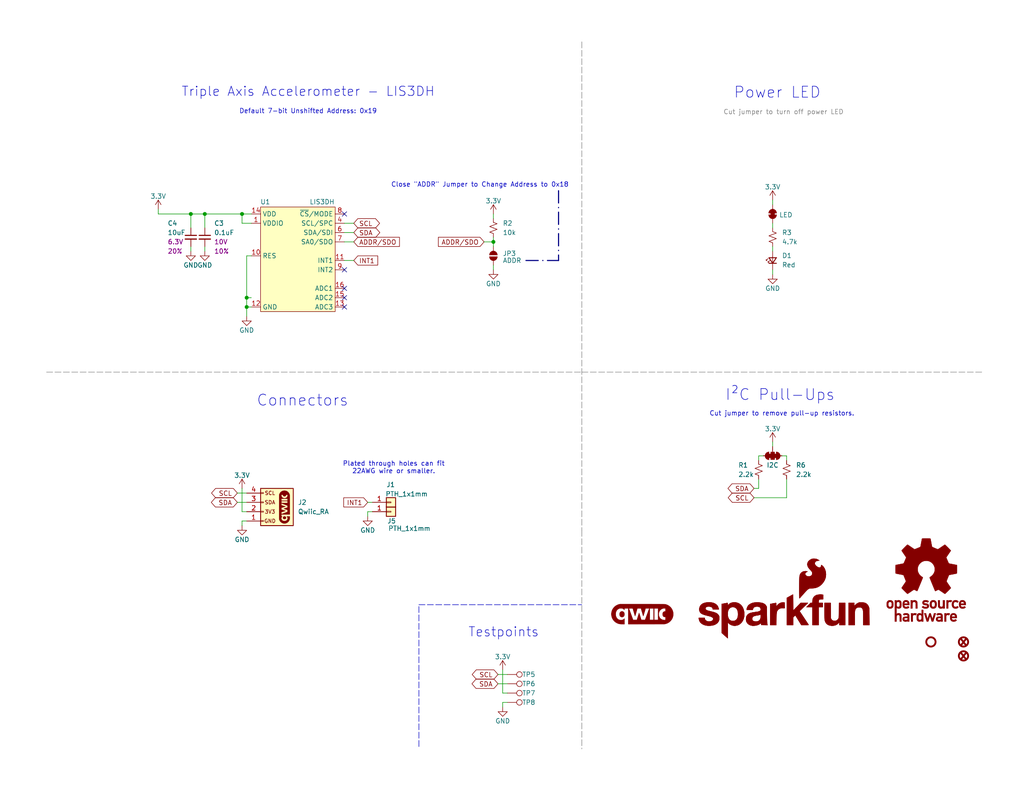
<source format=kicad_sch>
(kicad_sch (version 20250114) (generator "eeschema") (generator_version "9.0")
  (paper "USLetter")
  (title_block (title "SparkFun Triple Axis Accelerometer - LIS3DH") (date "2025-04-24") (rev "v10") (company "SparkFun Electronics") (comment 1 "Designed by: Elias Santistevan"))
  (lib_symbols
    (symbol "Conn_01x01_PTH_1x1mm_1" (pin_names (offset 1.016) (hide yes))
      (property "Reference" "J" (at 0 2.54 0))
      (property "Value" "PTH_1x1mm" (at 0 -2.54 0))
      (symbol "Conn_01x01_PTH_1x1mm_1_1_1"
        (pin passive line (at -5.08 0 0) (length 3.81) (name "Pin_1") (number "1"))
      )
    )
    (symbol "SparkFun-Aesthetic:Fiducial_0.5mm"
      (symbol "Fiducial_0.5mm_1_1"
        (text "x" (at 0 0.254 0) (effects (font (size 2.5 2.5) (bold yes))))
      )
    )
    (symbol "SparkFun-Aesthetic:OSHW_Logo" (pin_names (offset 1.016)) (in_bom no))
    (symbol "SparkFun-Aesthetic:SparkFun_Logo" (pin_names (offset 1.016)) (on_board no))
    (symbol "SparkFun-Aesthetic:qwiic_Logo" (pin_names (offset 1.016)) (on_board no))
    (symbol "SparkFun-Capacitor:0.1uF_0402_10V_10%" (pin_numbers (hide yes)) (pin_names (offset 0.254))
      (property "Reference" "C" (at 0.635 2.54 0))
      (property "Value" "0.1uF" (at 0.635 -2.54 0))
      (property "Voltage" "10V" (at 0 -6.35 0))
      (property "Tolerance" "10%" (at 0 -8.89 0))
      (symbol "0.1uF_0402_10V_10%_1_1"
        (pin passive line (at 0 2.54 270) (length 2.032) (name "~") (number "1"))
        (pin passive line (at 0 -2.54 90) (length 2.032) (name "~") (number "2"))
      )
    )
    (symbol "SparkFun-Capacitor:10uF_0402_6.3V_20%" (pin_numbers (hide yes)) (pin_names (offset 0.254))
      (property "Reference" "C" (at 0.635 2.54 0))
      (property "Value" "10uF" (at 0.635 -2.54 0))
      (property "Voltage" "6.3V" (at 0 -6.35 0))
      (property "Tolerance" "20%" (at 0 -8.89 0))
      (symbol "10uF_0402_6.3V_20%_1_1"
        (pin passive line (at 0 2.54 270) (length 2.032) (name "~") (number "1"))
        (pin passive line (at 0 -2.54 90) (length 2.032) (name "~") (number "2"))
      )
    )
    (symbol "SparkFun-Connector:Conn_01x01_PTH_1x1mm" (pin_names (offset 1.016) (hide yes))
      (property "Reference" "J" (at 0 2.54 0))
      (property "Value" "PTH_1x1mm" (at 0 -2.54 0))
      (symbol "Conn_01x01_PTH_1x1mm_1_1"
        (pin passive line (at -5.08 0 0) (length 3.81) (name "Pin_1") (number "1"))
      )
    )
    (symbol "SparkFun-Connector:Qwiic_Right_Angle" (pin_names (offset 1.016) (hide yes))
      (property "Reference" "J" (at 0 5.08 0))
      (property "Value" "Qwiic_RA" (at 0 -7.62 0))
      (symbol "Qwiic_Right_Angle_1_1"
        (text "SCL" (at 1.27 2.54 0) (effects (font (size 1 1))))
        (text "SDA" (at 1.27 0 0) (effects (font (size 1 1))))
        (text "3V3" (at 1.27 -2.54 0) (effects (font (size 1 1))))
        (text "GND" (at 1.27 -5.08 0) (effects (font (size 1 1))))
        (pin passive line (at -5.08 2.54 0) (length 3.81) (name "Pin_4") (number "4"))
        (pin passive line (at -5.08 0 0) (length 3.81) (name "Pin_3") (number "3"))
        (pin passive line (at -5.08 -2.54 0) (length 3.81) (name "Pin_2") (number "2"))
        (pin passive line (at -5.08 -5.08 0) (length 3.81) (name "Pin_1") (number "1"))
        (pin no_connect line (at 5.08 3.81 270) (length 2.54) (hide yes) (name "NC") (number "NC1"))
        (pin no_connect line (at 6.35 3.81 270) (length 2.54) (hide yes) (name "NC") (number "NC2"))
      )
    )
    (symbol "SparkFun-Connector:TestPoint_0.75mm" (pin_numbers (hide yes)) (pin_names (offset 0) (hide yes))
      (property "Reference" "TP" (at 0 5.08 0))
      (symbol "TestPoint_0.75mm_1_1"
        (pin passive line (at 0 0 90) (length 2.54) (name "1") (number "1"))
      )
    )
    (symbol "SparkFun-Hardware:Standoff")
    (symbol "SparkFun-Jumper:SolderJumper_2_Bridged" (pin_numbers (hide yes)) (pin_names (offset 0) (hide yes))
      (property "Reference" "JP" (at 0 2.032 0))
      (property "Value" "~" (at 0 -2.54 0))
      (symbol "SolderJumper_2_Bridged_1_1"
        (pin passive line (at -2.54 0 0) (length 1.27) (name "A") (number "1"))
        (pin passive line (at 2.54 0 180) (length 1.27) (name "B") (number "2"))
      )
    )
    (symbol "SparkFun-Jumper:SolderJumper_2_Open" (pin_numbers (hide yes)) (pin_names (offset 0) (hide yes))
      (property "Reference" "JP" (at 0 2.032 0))
      (property "Value" "~" (at 0 -2.54 0))
      (symbol "SolderJumper_2_Open_1_1"
        (pin passive line (at -2.54 0 0) (length 1.27) (name "A") (number "1"))
        (pin passive line (at 2.54 0 180) (length 1.27) (name "B") (number "2"))
      )
    )
    (symbol "SparkFun-Jumper:SolderJumper_3_Bridged123" (pin_numbers (hide yes)) (pin_names (offset 0) (hide yes))
      (property "Reference" "JP" (at 0 2.54 0))
      (property "Value" "~" (at 3.81 1.27 0))
      (symbol "SolderJumper_3_Bridged123_1_1"
        (pin passive line (at -2.54 0 0) (length 1.27) (name "A") (number "1"))
        (pin passive line (at 0 -2.54 90) (length 1.27) (name "B") (number "2"))
        (pin passive line (at 2.54 0 180) (length 1.27) (name "C") (number "3"))
      )
    )
    (symbol "SparkFun-LED:LED_Red_0402" (pin_numbers (hide yes)) (pin_names (offset 1.016) (hide yes))
      (property "Reference" "D" (at 0 2.54 0))
      (property "Value" "Red" (at 0 -2.54 0))
      (symbol "LED_Red_0402_1_1"
        (pin passive line (at -2.54 0 0) (length 1.778) (name "K") (number "1"))
        (pin passive line (at 2.54 0 180) (length 1.778) (name "A") (number "2"))
      )
    )
    (symbol "SparkFun-PowerSymbol:3.3V" (power) (pin_names (offset 0))
      (property "Value" "3.3V" (at 0 3.81 0))
      (symbol "3.3V_1_1"
        (pin power_in line (at 0 0 90) (length 0) (hide yes) (name "3.3V") (number "1"))
      )
    )
    (symbol "SparkFun-PowerSymbol:GND" (power) (pin_names (offset 0))
      (property "Value" "GND" (at 0 -3.81 0))
      (symbol "GND_1_1"
        (pin power_in line (at 0 0 270) (length 0) (hide yes) (name "GND") (number "1"))
      )
    )
    (symbol "SparkFun-Resistor:10k_0402" (pin_numbers (hide yes)) (pin_names (offset 0))
      (property "Reference" "R" (at 0 -2.54 0))
      (property "Value" "10k" (at 0 2.54 0))
      (symbol "10k_0402_1_1"
        (pin passive line (at -2.54 0 0) (length 1.016) (name "~") (number "1"))
        (pin passive line (at 2.54 0 180) (length 1.016) (name "~") (number "2"))
      )
    )
    (symbol "SparkFun-Resistor:2.2k_0402" (pin_numbers (hide yes)) (pin_names (offset 0))
      (property "Reference" "R" (at 0 -2.54 0))
      (property "Value" "2.2k" (at 0 2.54 0))
      (symbol "2.2k_0402_1_1"
        (pin passive line (at -2.54 0 0) (length 1.016) (name "~") (number "1"))
        (pin passive line (at 2.54 0 180) (length 1.016) (name "~") (number "2"))
      )
    )
    (symbol "SparkFun-Resistor:4.7k_0402" (pin_numbers (hide yes)) (pin_names (offset 0))
      (property "Reference" "R" (at 0 -2.54 0))
      (property "Value" "4.7k" (at 0 2.54 0))
      (symbol "4.7k_0402_1_1"
        (pin passive line (at -2.54 0 0) (length 1.016) (name "~") (number "1"))
        (pin passive line (at 2.54 0 180) (length 1.016) (name "~") (number "2"))
      )
    )
    (symbol "SparkFun-Sensor:LIS3DH"
      (property "Reference" "U" (at -10.414 13.462 0))
      (property "Value" "LIS3DH" (at 3.556 14.986 0))
      (symbol "LIS3DH_1_0"
        (pin power_in line (at -12.7 11.43 0) (length 2.54) (name "VDD") (number "14"))
        (pin power_in line (at -12.7 8.89 0) (length 2.54) (name "VDDIO") (number "1"))
        (pin bidirectional line (at -12.7 0 0) (length 2.54) (name "RES") (number "10"))
        (pin power_out line (at -12.7 -13.97 0) (length 2.54) (name "GND") (number "12"))
        (pin power_out line (at -12.7 -13.97 0) (length 2.54) (hide yes) (name "GND") (number "5"))
        (pin bidirectional line (at 12.7 11.43 180) (length 2.54) (name "~{CS}/MODE") (number "8"))
        (pin bidirectional line (at 12.7 8.89 180) (length 2.54) (name "SCL/SPC") (number "4"))
        (pin bidirectional line (at 12.7 6.35 180) (length 2.54) (name "SDA/SDI") (number "6"))
        (pin bidirectional line (at 12.7 3.81 180) (length 2.54) (name "SA0/SDO") (number "7"))
        (pin bidirectional line (at 12.7 -1.27 180) (length 2.54) (name "INT1") (number "11"))
        (pin bidirectional line (at 12.7 -3.81 180) (length 2.54) (name "INT2") (number "9"))
        (pin bidirectional line (at 12.7 -8.89 180) (length 2.54) (name "ADC1") (number "16"))
        (pin bidirectional line (at 12.7 -11.43 180) (length 2.54) (name "ADC2") (number "15"))
        (pin bidirectional line (at 12.7 -13.97 180) (length 2.54) (name "ADC3") (number "13"))
      )
    )
  )
  (text "Plated through holes can fit\n22AWG wire or smaller." (at 107.442 127.762 0) (effects (font (size 1.27 1.27) (thickness 0.1588))))
  (text "Testpoints" (at 137.414 172.72 0) (effects (font (size 2.54 2.54))))
  (text "Triple Axis Accelerometer - LIS3DH" (at 84.074 25.146 0) (effects (font (size 2.54 2.54))))
  (text "Close \"ADDR\" Jumper to Change Address to 0x18\n" (at 106.68 50.546 0) (effects (font (size 1.27 1.27)) (justify left)))
  (text "Default 7-bit Unshifted Address: 0x19" (at 84.074 30.48 0) (effects (font (size 1.27 1.27))))
  (text "I²C Pull-Ups" (at 212.852 107.95 0) (effects (font (size 3 3))))
  (text "Cut jumper to turn off power LED" (at 197.358 31.496 0) (effects (font (size 1.27 1.27)) (justify left bottom)))
  (text "Cut jumper to remove pull-up resistors.\n" (at 213.36 113.03 0) (effects (font (size 1.27 1.27))))
  (text "Power LED" (at 212.09 25.4 0) (effects (font (size 3 3))))
  (text "Connectors" (at 82.55 109.474 0) (effects (font (size 3 3))))
  (junction (at 52.07 58.42))
  (junction (at 67.31 81.28))
  (junction (at 134.62 66.04))
  (junction (at 67.31 83.82))
  (junction (at 55.88 58.42))
  (junction (at 66.04 58.42))
  (no_connect (at 93.98 73.66))
  (no_connect (at 93.98 81.28))
  (no_connect (at 93.98 83.82))
  (no_connect (at 93.98 58.42))
  (no_connect (at 93.98 78.74))
  (wire (pts (xy 67.31 83.82) (xy 67.31 86.36)))
  (wire (pts (xy 55.88 58.42) (xy 66.04 58.42)))
  (wire (pts (xy 210.82 120.65) (xy 210.82 121.92)))
  (wire (pts (xy 214.63 124.46) (xy 213.36 124.46)))
  (wire (pts (xy 214.63 125.73) (xy 214.63 124.46)))
  (wire (pts (xy 101.6 139.7) (xy 100.33 139.7)))
  (wire (pts (xy 93.98 66.04) (xy 96.52 66.04)))
  (wire (pts (xy 100.33 137.16) (xy 101.6 137.16)))
  (wire (pts (xy 134.62 67.31) (xy 134.62 66.04)))
  (wire (pts (xy 137.16 182.88) (xy 137.16 189.23)))
  (wire (pts (xy 68.58 81.28) (xy 67.31 81.28)))
  (wire (pts (xy 138.43 184.15) (xy 135.89 184.15)))
  (wire (pts (xy 100.33 139.7) (xy 100.33 140.97)))
  (bus (pts (xy 143.51 71.12) (xy 152.4 71.12)) (stroke (width 0) (type dash_dot)))
  (wire (pts (xy 43.18 58.42) (xy 52.07 58.42)))
  (wire (pts (xy 207.01 124.46) (xy 208.28 124.46)))
  (wire (pts (xy 66.04 58.42) (xy 68.58 58.42)))
  (wire (pts (xy 205.74 133.35) (xy 207.01 133.35)))
  (wire (pts (xy 210.82 67.31) (xy 210.82 68.58)))
  (wire (pts (xy 55.88 67.31) (xy 55.88 68.58)))
  (polyline (pts (xy 114.3 165.1) (xy 158.75 165.1)) (stroke (width 0) (type dash)))
  (wire (pts (xy 137.16 191.77) (xy 137.16 193.04)))
  (wire (pts (xy 67.31 142.24) (xy 66.04 142.24)))
  (wire (pts (xy 67.31 137.16) (xy 64.77 137.16)))
  (wire (pts (xy 67.31 83.82) (xy 68.58 83.82)))
  (wire (pts (xy 68.58 69.85) (xy 67.31 69.85)))
  (wire (pts (xy 138.43 191.77) (xy 137.16 191.77)))
  (wire (pts (xy 207.01 130.81) (xy 207.01 133.35)))
  (wire (pts (xy 134.62 66.04) (xy 134.62 64.77)))
  (wire (pts (xy 52.07 58.42) (xy 52.07 62.23)))
  (wire (pts (xy 138.43 189.23) (xy 137.16 189.23)))
  (bus (pts (xy 152.4 52.07) (xy 152.4 71.12)) (stroke (width 0) (type dash_dot)))
  (wire (pts (xy 134.62 58.42) (xy 134.62 59.69)))
  (wire (pts (xy 67.31 139.7) (xy 66.04 139.7)))
  (wire (pts (xy 210.82 73.66) (xy 210.82 74.93)))
  (wire (pts (xy 68.58 60.96) (xy 66.04 60.96)))
  (polyline (pts (xy 114.3 203.835) (xy 114.3 165.1)) (stroke (width 0) (type dash)))
  (polyline (pts (xy 158.75 101.6) (xy 267.97 101.6)) (stroke (width 0) (type dash) (color 132 132 132 1)))
  (wire (pts (xy 52.07 67.31) (xy 52.07 68.58)))
  (wire (pts (xy 210.82 62.23) (xy 210.82 60.96)))
  (wire (pts (xy 43.18 57.15) (xy 43.18 58.42)))
  (wire (pts (xy 93.98 71.12) (xy 96.52 71.12)))
  (wire (pts (xy 55.88 58.42) (xy 55.88 62.23)))
  (wire (pts (xy 67.31 81.28) (xy 67.31 83.82)))
  (wire (pts (xy 52.07 58.42) (xy 55.88 58.42)))
  (polyline (pts (xy 158.75 11.43) (xy 158.75 144.78)) (stroke (width 0) (type dash) (color 132 132 132 1)))
  (wire (pts (xy 93.98 63.5) (xy 96.52 63.5)))
  (wire (pts (xy 66.04 60.96) (xy 66.04 58.42)))
  (wire (pts (xy 93.98 60.96) (xy 96.52 60.96)))
  (wire (pts (xy 205.74 135.89) (xy 214.63 135.89)))
  (wire (pts (xy 138.43 186.69) (xy 135.89 186.69)))
  (wire (pts (xy 210.82 54.61) (xy 210.82 55.88)))
  (wire (pts (xy 66.04 133.35) (xy 66.04 139.7)))
  (polyline (pts (xy 158.75 144.78) (xy 158.75 204.47)) (stroke (width 0) (type dash) (color 132 132 132 1)))
  (wire (pts (xy 67.31 134.62) (xy 64.77 134.62)))
  (wire (pts (xy 207.01 125.73) (xy 207.01 124.46)))
  (wire (pts (xy 132.08 66.04) (xy 134.62 66.04)))
  (wire (pts (xy 67.31 69.85) (xy 67.31 81.28)))
  (wire (pts (xy 134.62 73.66) (xy 134.62 72.39)))
  (polyline (pts (xy 12.7 101.6) (xy 158.75 101.6)) (stroke (width 0) (type dash) (color 132 132 132 1)))
  (wire (pts (xy 66.04 142.24) (xy 66.04 143.51)))
  (wire (pts (xy 214.63 130.81) (xy 214.63 135.89)))
  (global_label "SDA" (shape bidirectional) (at 135.89 186.69 180) (property "Intersheetrefs" "${INTERSHEET_REFS}" (effects (hide yes))))
  (global_label "SCL" (shape bidirectional) (at 96.52 60.96 0) (property "Intersheetrefs" "${INTERSHEET_REFS}" (effects (hide yes))))
  (global_label "INT1" (shape input) (at 100.33 137.16 180) (property "Intersheetrefs" "${INTERSHEET_REFS}" (effects (hide yes))))
  (global_label "SDA" (shape bidirectional) (at 96.52 63.5 0) (property "Intersheetrefs" "${INTERSHEET_REFS}" (effects (hide yes))))
  (global_label "SCL" (shape bidirectional) (at 135.89 184.15 180) (property "Intersheetrefs" "${INTERSHEET_REFS}" (effects (hide yes))))
  (global_label "SCL" (shape bidirectional) (at 64.77 134.62 180) (property "Intersheetrefs" "${INTERSHEET_REFS}" (effects (hide yes))))
  (global_label "SCL" (shape bidirectional) (at 205.74 135.89 180) (property "Intersheetrefs" "${INTERSHEET_REFS}" (effects (hide yes))))
  (global_label "INT1" (shape input) (at 96.52 71.12 0) (property "Intersheetrefs" "${INTERSHEET_REFS}" (effects (hide yes))))
  (global_label "SDA" (shape bidirectional) (at 64.77 137.16 180) (property "Intersheetrefs" "${INTERSHEET_REFS}" (effects (hide yes))))
  (global_label "SDA" (shape bidirectional) (at 205.74 133.35 180) (property "Intersheetrefs" "${INTERSHEET_REFS}" (effects (hide yes))))
  (global_label "ADDR{slash}SDO" (shape input) (at 132.08 66.04 180) (property "Intersheetrefs" "${INTERSHEET_REFS}" (effects (hide yes))))
  (global_label "ADDR{slash}SDO" (shape input) (at 96.52 66.04 0) (property "Intersheetrefs" "${INTERSHEET_REFS}" (effects (hide yes))))
  (symbol (lib_id "SparkFun-Resistor:10k_0402") (at 134.62 62.23 90) (unit 1)
    (property "Reference" "R2" (at 137.16 60.9599 90) (effects (justify right)))
    (property "Value" "10k" (at 137.16 63.4999 90) (effects (justify right)))
    (property "Footprint" "SparkFun-Resistor:R_0402_1005Metric" (effects (hide yes)))
    (property "Datasheet" "https://www.vishay.com/docs/20035/dcrcwe3.pdf" (effects (hide yes)))
    (property "Description" "Resistor" (effects (hide yes)))
    (property "PROD_ID" "RES-14241" (effects (hide yes)))
  )
  (symbol (lib_id "SparkFun-Aesthetic:SparkFun_Logo") (at 213.36 167.64 0) (unit 1) (on_board no)
    (property "Reference" "G2" (effects (hide yes)))
    (property "Value" "SparkFun_Logo" (effects (hide yes)))
    (property "Footprint" "SparkFun-Aesthetic:SparkFun_Logo_8mm" (effects (hide yes)))
  )
  (symbol (lib_id "SparkFun-Jumper:SolderJumper_2_Open") (at 134.62 69.85 90) (unit 1)
    (property "Reference" "JP3" (at 137.16 69.2149 90) (effects (justify right)))
    (property "Value" "ADDR" (at 137.16 71.12 90) (effects (justify right)))
    (property "Footprint" "SparkFun-Jumper:Jumper_2_NO" (effects (hide yes)))
    (property "Description" "Solder Jumper, 2-pole, open" (effects (hide yes)))
  )
  (symbol (lib_id "SparkFun-Connector:Qwiic_Right_Angle") (at 72.39 137.16 0) (unit 1)
    (property "Reference" "J2" (at 81.28 137.1599 0) (effects (justify left)))
    (property "Value" "Qwiic_RA" (at 81.28 139.6999 0) (effects (justify left)))
    (property "Footprint" "SparkFun-Connector:JST_SMD_1.0mm-4_Black" (effects (hide yes)))
    (property "Datasheet" "https://www.jst-mfg.com/product/pdf/eng/eSH.pdf" (effects (hide yes)))
    (property "Description" "4 pin JST 1mm polarized connector for I2C" (effects (hide yes)))
    (property "PROD_ID" "CONN-13694" (effects (hide yes)))
  )
  (symbol (lib_id "SparkFun-Connector:Conn_01x01_PTH_1x1mm") (at 106.68 139.7 0) (unit 1)
    (property "Reference" "J5" (at 105.664 142.24 0) (effects (justify left)))
    (property "Value" "PTH_1x1mm" (at 105.918 144.272 0) (effects (justify left)))
    (property "Footprint" "SparkFun-Connector:1x01_1x1mm" (effects (hide yes)))
  )
  (symbol (lib_id "SparkFun-Aesthetic:Fiducial_0.5mm") (at 262.89 175.26 0) (unit 1)
    (property "Reference" "FID3" (effects (hide yes)))
    (property "Value" "Fiducial_0.5mm" (effects (hide yes)))
    (property "Footprint" "SparkFun-Aesthetic:Fiducial_0.5mm_Mask1mm" (effects (hide yes)))
    (property "Description" "Fiducial Marker" (effects (hide yes)))
  )
  (symbol (lib_id "SparkFun-Aesthetic:Fiducial_0.5mm") (at 262.89 179.07 0) (unit 1)
    (property "Reference" "FID4" (effects (hide yes)))
    (property "Value" "Fiducial_0.5mm" (effects (hide yes)))
    (property "Footprint" "SparkFun-Aesthetic:Fiducial_0.5mm_Mask1mm" (effects (hide yes)))
    (property "Description" "Fiducial Marker" (effects (hide yes)))
  )
  (symbol (lib_id "SparkFun-Capacitor:0.1uF_0402_10V_10%") (at 55.88 64.77 0) (unit 1)
    (property "Reference" "C3" (at 58.42 60.9662 0) (effects (justify left)))
    (property "Value" "0.1uF" (at 58.42 63.5062 0) (effects (justify left)))
    (property "Footprint" "SparkFun-Capacitor:C_0402_1005Metric" (effects (hide yes)))
    (property "Datasheet" "https://cdn.sparkfun.com/assets/8/a/4/a/5/Kemet_Capacitor_Datasheet.pdf" (effects (hide yes)))
    (property "Description" "Unpolarized capacitor" (effects (hide yes)))
    (property "PROD_ID" "CAP-15083" (effects (hide yes)))
    (property "Voltage" "10V" (at 58.42 66.0462 0) (effects (justify left)))
    (property "Tolerance" "10%" (at 58.42 68.5862 0) (effects (justify left)))
  )
  (symbol (lib_id "SparkFun-PowerSymbol:GND") (at 100.33 140.97 0) (unit 1)
    (property "Reference" "#PWR0123" (effects (hide yes)))
    (property "Value" "GND" (at 100.33 144.78 0))
    (property "Description" "Power symbol creates a global label with name \"GND\" , ground" (effects (hide yes)))
  )
  (symbol (lib_id "SparkFun-PowerSymbol:GND") (at 137.16 193.04 0) (unit 1)
    (property "Reference" "#PWR0125" (effects (hide yes)))
    (property "Value" "GND" (at 137.16 196.85 0))
    (property "Description" "Power symbol creates a global label with name \"GND\" , ground" (effects (hide yes)))
  )
  (symbol (lib_id "SparkFun-Connector:TestPoint_0.75mm") (at 138.43 191.77 270) (unit 1)
    (property "Reference" "TP8" (at 144.272 191.77 90))
    (property "Value" "0.75mm" (effects (hide yes)))
    (property "Footprint" "SparkFun-Connector:TestPoint-0.75mm" (effects (hide yes)))
    (property "Description" "Test Point" (effects (hide yes)))
  )
  (symbol (lib_id "SparkFun-Jumper:SolderJumper_3_Bridged123") (at 210.82 124.46 180) (unit 1)
    (property "Reference" "JP2" (effects (hide yes)))
    (property "Value" "I2C" (at 210.82 127 0))
    (property "Footprint" "SparkFun-Jumper:Jumper_3_NC-2_Trace" (effects (hide yes)))
    (property "Description" "Solder Jumper, 3-pole, pins 1+2+3 closed/bridged" (effects (hide yes)))
  )
  (symbol (lib_id "SparkFun-Resistor:4.7k_0402") (at 210.82 64.77 270) (unit 1)
    (property "Reference" "R3" (at 213.36 63.4999 90) (effects (justify left)))
    (property "Value" "4.7k" (at 213.36 66.0399 90) (effects (justify left)))
    (property "Footprint" "SparkFun-Resistor:R_0402_1005Metric" (effects (hide yes)))
    (property "Datasheet" "https://www.vishay.com/docs/20035/dcrcwe3.pdf" (effects (hide yes)))
    (property "Description" "Resistor" (effects (hide yes)))
    (property "PROD_ID" "RES-15343" (effects (hide yes)))
  )
  (symbol (lib_id "SparkFun-Aesthetic:OSHW_Logo") (at 252.73 162.56 0) (unit 1) (in_bom no)
    (property "Reference" "G4" (effects (hide yes)))
    (property "Value" "OSHW_Logo" (effects (hide yes)))
    (property "Footprint" "SparkFun-Aesthetic:Creative_Commons_License" (effects (hide yes)))
  )
  (symbol (lib_id "SparkFun-Resistor:2.2k_0402") (at 214.63 128.27 90) (unit 1)
    (property "Reference" "R6" (at 217.17 126.9999 90) (effects (justify right)))
    (property "Value" "2.2k" (at 217.17 129.5399 90) (effects (justify right)))
    (property "Footprint" "SparkFun-Resistor:R_0402_1005Metric" (effects (hide yes)))
    (property "Datasheet" "https://www.vishay.com/docs/20035/dcrcwe3.pdf" (effects (hide yes)))
    (property "Description" "Resistor" (effects (hide yes)))
    (property "PROD_ID" "RES-14341" (effects (hide yes)))
  )
  (symbol (lib_id "SparkFun-Capacitor:10uF_0402_6.3V_20%") (at 52.07 64.77 0) (unit 1)
    (property "Reference" "C4" (at 45.72 60.96 0) (effects (justify left)))
    (property "Value" "10uF" (at 45.72 63.5 0) (effects (justify left)))
    (property "Footprint" "SparkFun-Capacitor:C_0402_1005Metric" (effects (hide yes)))
    (property "Datasheet" "https://cdn.sparkfun.com/assets/8/a/4/a/5/Kemet_Capacitor_Datasheet.pdf" (effects (hide yes)))
    (property "Description" "Unpolarized capacitor" (effects (hide yes)))
    (property "PROD_ID" "CAP-14848" (effects (hide yes)))
    (property "Voltage" "6.3V" (at 45.72 66.04 0) (effects (justify left)))
    (property "Tolerance" "20%" (at 45.72 68.58 0) (effects (justify left)))
  )
  (symbol (lib_id "SparkFun-PowerSymbol:3.3V") (at 43.18 57.15 0) (unit 1)
    (property "Reference" "#PWR0109" (effects (hide yes)))
    (property "Value" "3.3V" (at 43.18 53.594 0))
    (property "Description" "Power symbol creates a global label with name \"3.3V\"" (effects (hide yes)))
  )
  (symbol (lib_id "SparkFun-PowerSymbol:3.3V") (at 134.62 58.42 0) (unit 1)
    (property "Reference" "#PWR0114" (effects (hide yes)))
    (property "Value" "3.3V" (at 134.62 54.864 0))
    (property "Description" "Power symbol creates a global label with name \"3.3V\"" (effects (hide yes)))
  )
  (symbol (lib_id "SparkFun-Hardware:Standoff") (at 254 175.26 0) (unit 1)
    (property "Reference" "ST1" (effects (hide yes)))
    (property "Value" "Standoff" (effects (hide yes)))
    (property "Footprint" "SparkFun-Hardware:Standoff" (effects (hide yes)))
    (property "Description" "Drill holes for mechanically mounting via screws, standoffs, etc." (effects (hide yes)))
  )
  (symbol (lib_id "SparkFun-PowerSymbol:3.3V") (at 210.82 54.61 0) (unit 1)
    (property "Reference" "#PWR010" (effects (hide yes)))
    (property "Value" "3.3V" (at 210.82 51.054 0))
    (property "Description" "Power symbol creates a global label with name \"3.3V\"" (effects (hide yes)))
  )
  (symbol (lib_id "SparkFun-PowerSymbol:GND") (at 52.07 68.58 0) (unit 1)
    (property "Reference" "#PWR0112" (effects (hide yes)))
    (property "Value" "GND" (at 52.07 72.39 0))
    (property "Description" "Power symbol creates a global label with name \"GND\" , ground" (effects (hide yes)))
  )
  (symbol (lib_id "SparkFun-Connector:TestPoint_0.75mm") (at 138.43 184.15 270) (unit 1)
    (property "Reference" "TP5" (at 144.272 184.15 90))
    (property "Value" "0.75mm" (effects (hide yes)))
    (property "Footprint" "SparkFun-Connector:TestPoint-0.75mm" (effects (hide yes)))
    (property "Description" "Test Point" (effects (hide yes)))
  )
  (symbol (lib_id "SparkFun-PowerSymbol:GND") (at 66.04 143.51 0) (unit 1)
    (property "Reference" "#PWR0124" (effects (hide yes)))
    (property "Value" "GND" (at 66.04 147.32 0))
    (property "Description" "Power symbol creates a global label with name \"GND\" , ground" (effects (hide yes)))
  )
  (symbol (lib_id "SparkFun-PowerSymbol:GND") (at 67.31 86.36 0) (unit 1)
    (property "Reference" "#PWR0110" (effects (hide yes)))
    (property "Value" "GND" (at 67.31 90.17 0))
    (property "Description" "Power symbol creates a global label with name \"GND\" , ground" (effects (hide yes)))
  )
  (symbol (lib_id "SparkFun-Aesthetic:SparkFun_Logo") (at 213.36 167.64 0) (unit 1) (on_board no)
    (property "Reference" "G3" (effects (hide yes)))
    (property "Value" "SparkFun_Logo" (effects (hide yes)))
  )
  (symbol (lib_id "SparkFun-Connector:TestPoint_0.75mm") (at 138.43 186.69 270) (unit 1)
    (property "Reference" "TP6" (at 144.272 186.69 90))
    (property "Value" "0.75mm" (effects (hide yes)))
    (property "Footprint" "SparkFun-Connector:TestPoint-0.75mm" (effects (hide yes)))
    (property "Description" "Test Point" (effects (hide yes)))
  )
  (symbol (lib_id "SparkFun-Jumper:SolderJumper_2_Bridged") (at 210.82 58.42 90) (unit 1)
    (property "Reference" "JP1" (effects (hide yes)))
    (property "Value" "LED" (at 212.598 58.674 90) (effects (justify right)))
    (property "Footprint" "SparkFun-Jumper:Jumper_2_NC_Trace" (effects (hide yes)))
    (property "Description" "Solder Jumper, 2-pole, closed/bridged" (effects (hide yes)))
  )
  (symbol (lib_name "Conn_01x01_PTH_1x1mm_1") (lib_id "SparkFun-Connector:Conn_01x01_PTH_1x1mm") (at 106.68 137.16 0) (unit 1)
    (property "Reference" "J1" (at 105.41 132.334 0) (effects (justify left)))
    (property "Value" "PTH_1x1mm" (at 105.156 134.874 0) (effects (justify left)))
    (property "Footprint" "SparkFun-Connector:1x01_1x1mm" (effects (hide yes)))
  )
  (symbol (lib_id "SparkFun-Aesthetic:qwiic_Logo") (at 175.26 167.64 0) (unit 1) (on_board no)
    (property "Reference" "G1" (effects (hide yes)))
    (property "Value" "qwiic_Logo" (effects (hide yes)))
  )
  (symbol (lib_id "SparkFun-Sensor:LIS3DH") (at 81.28 69.85 0) (unit 1)
    (property "Reference" "U1" (at 72.39 55.118 0))
    (property "Value" "LIS3DH" (at 87.884 55.118 0))
    (property "Footprint" "SparkFun-Sensor:ST_LGA-16_3x3mm_P0.5mm_5x3" (effects (hide yes)))
    (property "Datasheet" "https://www.st.com/en/mems-and-sensors/lis3dh.html" (effects (hide yes)))
    (property "Description" "The LIS3DH has dynamically user-selectable full scales of ±2g/±4g/±8g/±16g and is capable of measuring accelerations with output data rates from 1 Hz to 5.3 kHz." (effects (hide yes)))
    (property "PROD_ID" "IC-13419" (effects (hide yes)))
  )
  (symbol (lib_id "SparkFun-PowerSymbol:GND") (at 55.88 68.58 0) (unit 1)
    (property "Reference" "#PWR0111" (effects (hide yes)))
    (property "Value" "GND" (at 55.88 72.39 0))
    (property "Description" "Power symbol creates a global label with name \"GND\" , ground" (effects (hide yes)))
  )
  (symbol (lib_id "SparkFun-LED:LED_Red_0402") (at 210.82 71.12 90) (unit 1)
    (property "Reference" "D1" (at 213.36 69.7864 90) (effects (justify right)))
    (property "Value" "Red" (at 213.36 72.3264 90) (effects (justify right)))
    (property "Footprint" "SparkFun-LED:LED_0402_1005Metric_Red" (effects (hide yes)))
    (property "Datasheet" "https://www.sunledusa.com/products/spec/XZMDK68W-2.pdf" (effects (hide yes)))
    (property "Description" "Light emitting diode" (effects (hide yes)))
    (property "PROD_ID" "DIO-16757" (effects (hide yes)))
  )
  (symbol (lib_id "SparkFun-PowerSymbol:GND") (at 134.62 73.66 0) (unit 1)
    (property "Reference" "#PWR0115" (effects (hide yes)))
    (property "Value" "GND" (at 134.62 77.47 0))
    (property "Description" "Power symbol creates a global label with name \"GND\" , ground" (effects (hide yes)))
  )
  (symbol (lib_id "SparkFun-PowerSymbol:3.3V") (at 210.82 120.65 0) (unit 1)
    (property "Reference" "#PWR0104" (effects (hide yes)))
    (property "Value" "3.3V" (at 210.82 117.094 0))
    (property "Description" "Power symbol creates a global label with name \"3.3V\"" (effects (hide yes)))
  )
  (symbol (lib_id "SparkFun-PowerSymbol:GND") (at 210.82 74.93 0) (unit 1)
    (property "Reference" "#PWR0122" (effects (hide yes)))
    (property "Value" "GND" (at 210.82 78.74 0))
    (property "Description" "Power symbol creates a global label with name \"GND\" , ground" (effects (hide yes)))
  )
  (symbol (lib_id "SparkFun-PowerSymbol:3.3V") (at 137.16 182.88 0) (unit 1)
    (property "Reference" "#PWR0116" (effects (hide yes)))
    (property "Value" "3.3V" (at 137.16 179.324 0))
    (property "Description" "Power symbol creates a global label with name \"3.3V\"" (effects (hide yes)))
  )
  (symbol (lib_id "SparkFun-Connector:TestPoint_0.75mm") (at 138.43 189.23 270) (unit 1)
    (property "Reference" "TP7" (at 144.272 189.23 90))
    (property "Value" "0.75mm" (effects (hide yes)))
    (property "Footprint" "SparkFun-Connector:TestPoint-0.75mm" (effects (hide yes)))
    (property "Description" "Test Point" (effects (hide yes)))
  )
  (symbol (lib_id "SparkFun-PowerSymbol:3.3V") (at 66.04 133.35 0) (unit 1)
    (property "Reference" "#PWR0113" (effects (hide yes)))
    (property "Value" "3.3V" (at 66.04 129.794 0))
    (property "Description" "Power symbol creates a global label with name \"3.3V\"" (effects (hide yes)))
  )
  (symbol (lib_id "SparkFun-Resistor:2.2k_0402") (at 207.01 128.27 90) (unit 1)
    (property "Reference" "R1" (at 201.422 127 90) (effects (justify right)))
    (property "Value" "2.2k" (at 201.422 129.54 90) (effects (justify right)))
    (property "Footprint" "SparkFun-Resistor:R_0402_1005Metric" (effects (hide yes)))
    (property "Datasheet" "https://www.vishay.com/docs/20035/dcrcwe3.pdf" (effects (hide yes)))
    (property "Description" "Resistor" (effects (hide yes)))
    (property "PROD_ID" "RES-14341" (effects (hide yes)))
  )
)
</source>
